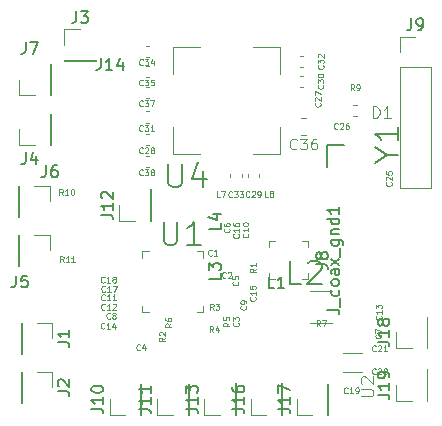
<source format=gbr>
G04 #@! TF.GenerationSoftware,KiCad,Pcbnew,(5.1.0)-1*
G04 #@! TF.CreationDate,2019-08-27T17:01:11-07:00*
G04 #@! TF.ProjectId,SDCard-PCB,53444361-7264-42d5-9043-422e6b696361,rev?*
G04 #@! TF.SameCoordinates,Original*
G04 #@! TF.FileFunction,Legend,Top*
G04 #@! TF.FilePolarity,Positive*
%FSLAX46Y46*%
G04 Gerber Fmt 4.6, Leading zero omitted, Abs format (unit mm)*
G04 Created by KiCad (PCBNEW (5.1.0)-1) date 2019-08-27 17:01:11*
%MOMM*%
%LPD*%
G04 APERTURE LIST*
%ADD10C,0.120000*%
%ADD11C,0.100000*%
%ADD12C,0.150000*%
%ADD13C,0.050000*%
%ADD14C,0.200000*%
%ADD15C,0.110000*%
%ADD16C,0.090000*%
G04 APERTURE END LIST*
D10*
X133975800Y-53861660D02*
X135305800Y-53861660D01*
X133975800Y-55191660D02*
X133975800Y-53861660D01*
X133975800Y-56461660D02*
X136635800Y-56461660D01*
X136635800Y-56461660D02*
X136635800Y-66681660D01*
X133975800Y-56461660D02*
X133975800Y-66681660D01*
X133975800Y-66681660D02*
X136635800Y-66681660D01*
X133665920Y-84702960D02*
X133665920Y-83372960D01*
X134995920Y-84702960D02*
X133665920Y-84702960D01*
X136265920Y-84702960D02*
X136265920Y-82042960D01*
X136265920Y-82042960D02*
X136325920Y-82042960D01*
X136265920Y-84702960D02*
X136325920Y-84702960D01*
X136325920Y-84702960D02*
X136325920Y-82042960D01*
X133665920Y-80232560D02*
X133665920Y-78902560D01*
X134995920Y-80232560D02*
X133665920Y-80232560D01*
X136265920Y-80232560D02*
X136265920Y-77572560D01*
X136265920Y-77572560D02*
X136325920Y-77572560D01*
X136265920Y-80232560D02*
X136325920Y-80232560D01*
X136325920Y-80232560D02*
X136325920Y-77572560D01*
X125271220Y-85899300D02*
X125271220Y-84569300D01*
X126601220Y-85899300D02*
X125271220Y-85899300D01*
X127871220Y-85899300D02*
X127871220Y-83239300D01*
X127871220Y-83239300D02*
X127931220Y-83239300D01*
X127871220Y-85899300D02*
X127931220Y-85899300D01*
X127931220Y-85899300D02*
X127931220Y-83239300D01*
X121359620Y-85884060D02*
X121359620Y-84554060D01*
X122689620Y-85884060D02*
X121359620Y-85884060D01*
X123959620Y-85884060D02*
X123959620Y-83224060D01*
X123959620Y-83224060D02*
X124019620Y-83224060D01*
X123959620Y-85884060D02*
X124019620Y-85884060D01*
X124019620Y-85884060D02*
X124019620Y-83224060D01*
X117432780Y-85884060D02*
X117432780Y-84554060D01*
X118762780Y-85884060D02*
X117432780Y-85884060D01*
X120032780Y-85884060D02*
X120032780Y-83224060D01*
X120032780Y-83224060D02*
X120092780Y-83224060D01*
X120032780Y-85884060D02*
X120092780Y-85884060D01*
X120092780Y-85884060D02*
X120092780Y-83224060D01*
X110252200Y-69452800D02*
X110252200Y-68122800D01*
X111582200Y-69452800D02*
X110252200Y-69452800D01*
X112852200Y-69452800D02*
X112852200Y-66792800D01*
X112852200Y-66792800D02*
X112912200Y-66792800D01*
X112852200Y-69452800D02*
X112912200Y-69452800D01*
X112912200Y-69452800D02*
X112912200Y-66792800D01*
X113460220Y-85914540D02*
X113460220Y-84584540D01*
X114790220Y-85914540D02*
X113460220Y-85914540D01*
X116060220Y-85914540D02*
X116060220Y-83254540D01*
X116060220Y-83254540D02*
X116120220Y-83254540D01*
X116060220Y-85914540D02*
X116120220Y-85914540D01*
X116120220Y-85914540D02*
X116120220Y-83254540D01*
X109429240Y-85899300D02*
X109429240Y-84569300D01*
X110759240Y-85899300D02*
X109429240Y-85899300D01*
X112029240Y-85899300D02*
X112029240Y-83239300D01*
X112029240Y-83239300D02*
X112089240Y-83239300D01*
X112029240Y-85899300D02*
X112089240Y-85899300D01*
X112089240Y-85899300D02*
X112089240Y-83239300D01*
X105604000Y-53254600D02*
X106934000Y-53254600D01*
X105604000Y-54584600D02*
X105604000Y-53254600D01*
X105604000Y-55854600D02*
X108264000Y-55854600D01*
X108264000Y-55854600D02*
X108264000Y-55914600D01*
X105604000Y-55854600D02*
X105604000Y-55914600D01*
X105604000Y-55914600D02*
X108264000Y-55914600D01*
D11*
X126195220Y-74406560D02*
X126195220Y-73906560D01*
X126195220Y-74406560D02*
X125695220Y-74406560D01*
X122895220Y-71206560D02*
X123395220Y-71206560D01*
X122895220Y-71206560D02*
X122895220Y-71706560D01*
X122895220Y-74406560D02*
X123395220Y-74406560D01*
X126195220Y-71206560D02*
X126195220Y-71706560D01*
X122895220Y-74406560D02*
X122895220Y-73906560D01*
X126195220Y-71206560D02*
X125695220Y-71206560D01*
X126353100Y-78141820D02*
X128233100Y-78141820D01*
X126353100Y-75441820D02*
X128233100Y-75441820D01*
D10*
X104568300Y-82233100D02*
X104568300Y-83563100D01*
X103238300Y-82233100D02*
X104568300Y-82233100D01*
X101968300Y-82233100D02*
X101968300Y-84893100D01*
X101968300Y-84893100D02*
X101908300Y-84893100D01*
X101968300Y-82233100D02*
X101908300Y-82233100D01*
X101908300Y-82233100D02*
X101908300Y-84893100D01*
X104568300Y-78083100D02*
X104568300Y-79413100D01*
X103238300Y-78083100D02*
X104568300Y-78083100D01*
X101968300Y-78083100D02*
X101968300Y-80743100D01*
X101968300Y-80743100D02*
X101908300Y-80743100D01*
X101968300Y-78083100D02*
X101908300Y-78083100D01*
X101908300Y-78083100D02*
X101908300Y-80743100D01*
D11*
X121117420Y-65462880D02*
X121117420Y-65712880D01*
X122077420Y-65462880D02*
X122077420Y-65712880D01*
X112740000Y-77210000D02*
X112190000Y-77210000D01*
X112190000Y-77210000D02*
X112190000Y-76660000D01*
X116800000Y-77210000D02*
X117350000Y-77210000D01*
X117350000Y-77210000D02*
X117350000Y-76660000D01*
X116800000Y-72050000D02*
X117350000Y-72050000D01*
X117350000Y-72050000D02*
X117350000Y-72600000D01*
X112740000Y-72050000D02*
X112190000Y-72050000D01*
X112190000Y-72050000D02*
X112190000Y-72600000D01*
D12*
X127802640Y-63058040D02*
X127802640Y-64886840D01*
X129301240Y-63058040D02*
X127802640Y-63058040D01*
D11*
X114773800Y-63813600D02*
X117038800Y-63813600D01*
X114773800Y-61548600D02*
X114773800Y-63813600D01*
X114773800Y-54753600D02*
X117038800Y-54753600D01*
X114773800Y-57018600D02*
X114773800Y-54753600D01*
X123833800Y-54753600D02*
X121568800Y-54753600D01*
X123833800Y-57018600D02*
X123833800Y-54753600D01*
X123833800Y-63813600D02*
X121568800Y-63813600D01*
X123833800Y-61548600D02*
X123833800Y-63813600D01*
X129199060Y-82222060D02*
X130759060Y-82222060D01*
X129199060Y-80652060D02*
X130759060Y-80652060D01*
X130010460Y-60592880D02*
X130400460Y-60592880D01*
X130010460Y-59692880D02*
X130400460Y-59692880D01*
X112776540Y-63947100D02*
X112526540Y-63947100D01*
X112776540Y-64907100D02*
X112526540Y-64907100D01*
X112772180Y-58102560D02*
X112522180Y-58102560D01*
X112772180Y-59062560D02*
X112522180Y-59062560D01*
X125657080Y-62195940D02*
X126067080Y-62195940D01*
X125657080Y-60795940D02*
X126067080Y-60795940D01*
X112777260Y-56342340D02*
X112527260Y-56342340D01*
X112777260Y-57302340D02*
X112527260Y-57302340D01*
X112786700Y-54622760D02*
X112536700Y-54622760D01*
X112786700Y-55582760D02*
X112536700Y-55582760D01*
X119662000Y-65463600D02*
X119662000Y-65713600D01*
X120622000Y-65463600D02*
X120622000Y-65713600D01*
X125561820Y-56451440D02*
X125811820Y-56451440D01*
X125561820Y-55491440D02*
X125811820Y-55491440D01*
X112779080Y-60203140D02*
X112529080Y-60203140D01*
X112779080Y-61163140D02*
X112529080Y-61163140D01*
X125561820Y-58150700D02*
X125811820Y-58150700D01*
X125561820Y-57190700D02*
X125811820Y-57190700D01*
X112776540Y-62087820D02*
X112526540Y-62087820D01*
X112776540Y-63047820D02*
X112526540Y-63047820D01*
D10*
X101763100Y-58843900D02*
X101763100Y-57513900D01*
X103093100Y-58843900D02*
X101763100Y-58843900D01*
X104363100Y-58843900D02*
X104363100Y-56183900D01*
X104363100Y-56183900D02*
X104423100Y-56183900D01*
X104363100Y-58843900D02*
X104423100Y-58843900D01*
X104423100Y-58843900D02*
X104423100Y-56183900D01*
X104365100Y-66493900D02*
X104365100Y-67823900D01*
X103035100Y-66493900D02*
X104365100Y-66493900D01*
X101765100Y-66493900D02*
X101765100Y-69153900D01*
X101765100Y-69153900D02*
X101705100Y-69153900D01*
X101765100Y-66493900D02*
X101705100Y-66493900D01*
X101705100Y-66493900D02*
X101705100Y-69153900D01*
X104373100Y-70643900D02*
X104373100Y-71973900D01*
X103043100Y-70643900D02*
X104373100Y-70643900D01*
X101773100Y-70643900D02*
X101773100Y-73303900D01*
X101773100Y-73303900D02*
X101713100Y-73303900D01*
X101773100Y-70643900D02*
X101713100Y-70643900D01*
X101713100Y-70643900D02*
X101713100Y-73303900D01*
X101763100Y-63043900D02*
X101763100Y-61713900D01*
X103093100Y-63043900D02*
X101763100Y-63043900D01*
X104363100Y-63043900D02*
X104363100Y-60383900D01*
X104363100Y-60383900D02*
X104423100Y-60383900D01*
X104363100Y-63043900D02*
X104423100Y-63043900D01*
X104423100Y-63043900D02*
X104423100Y-60383900D01*
D12*
X127867160Y-76989416D02*
X128581446Y-76989416D01*
X128724303Y-77037035D01*
X128819541Y-77132273D01*
X128867160Y-77275130D01*
X128867160Y-77370368D01*
X128962399Y-76751320D02*
X128962399Y-75989416D01*
X128819541Y-75322749D02*
X128867160Y-75417987D01*
X128867160Y-75608463D01*
X128819541Y-75703701D01*
X128771922Y-75751320D01*
X128676684Y-75798940D01*
X128390970Y-75798940D01*
X128295732Y-75751320D01*
X128248113Y-75703701D01*
X128200494Y-75608463D01*
X128200494Y-75417987D01*
X128248113Y-75322749D01*
X128867160Y-74751320D02*
X128819541Y-74846559D01*
X128771922Y-74894178D01*
X128676684Y-74941797D01*
X128390970Y-74941797D01*
X128295732Y-74894178D01*
X128248113Y-74846559D01*
X128200494Y-74751320D01*
X128200494Y-74608463D01*
X128248113Y-74513225D01*
X128295732Y-74465606D01*
X128390970Y-74417987D01*
X128676684Y-74417987D01*
X128771922Y-74465606D01*
X128819541Y-74513225D01*
X128867160Y-74608463D01*
X128867160Y-74751320D01*
X128867160Y-73560844D02*
X128343351Y-73560844D01*
X128248113Y-73608463D01*
X128200494Y-73703701D01*
X128200494Y-73894178D01*
X128248113Y-73989416D01*
X128819541Y-73560844D02*
X128867160Y-73656082D01*
X128867160Y-73894178D01*
X128819541Y-73989416D01*
X128724303Y-74037035D01*
X128629065Y-74037035D01*
X128533827Y-73989416D01*
X128486208Y-73894178D01*
X128486208Y-73656082D01*
X128438589Y-73560844D01*
X128867160Y-73179892D02*
X128200494Y-72656082D01*
X128200494Y-73179892D02*
X128867160Y-72656082D01*
X128962399Y-72513225D02*
X128962399Y-71751320D01*
X128200494Y-71084654D02*
X129010018Y-71084654D01*
X129105256Y-71132273D01*
X129152875Y-71179892D01*
X129200494Y-71275130D01*
X129200494Y-71417987D01*
X129152875Y-71513225D01*
X128819541Y-71084654D02*
X128867160Y-71179892D01*
X128867160Y-71370368D01*
X128819541Y-71465606D01*
X128771922Y-71513225D01*
X128676684Y-71560844D01*
X128390970Y-71560844D01*
X128295732Y-71513225D01*
X128248113Y-71465606D01*
X128200494Y-71370368D01*
X128200494Y-71179892D01*
X128248113Y-71084654D01*
X128200494Y-70608463D02*
X128867160Y-70608463D01*
X128295732Y-70608463D02*
X128248113Y-70560844D01*
X128200494Y-70465606D01*
X128200494Y-70322749D01*
X128248113Y-70227511D01*
X128343351Y-70179892D01*
X128867160Y-70179892D01*
X128867160Y-69275130D02*
X127867160Y-69275130D01*
X128819541Y-69275130D02*
X128867160Y-69370368D01*
X128867160Y-69560844D01*
X128819541Y-69656082D01*
X128771922Y-69703701D01*
X128676684Y-69751320D01*
X128390970Y-69751320D01*
X128295732Y-69703701D01*
X128248113Y-69656082D01*
X128200494Y-69560844D01*
X128200494Y-69370368D01*
X128248113Y-69275130D01*
X128867160Y-68275130D02*
X128867160Y-68846559D01*
X128867160Y-68560844D02*
X127867160Y-68560844D01*
X128010018Y-68656082D01*
X128105256Y-68751320D01*
X128152875Y-68846559D01*
X134972466Y-52314040D02*
X134972466Y-53028326D01*
X134924847Y-53171183D01*
X134829609Y-53266421D01*
X134686752Y-53314040D01*
X134591514Y-53314040D01*
X135496276Y-53314040D02*
X135686752Y-53314040D01*
X135781990Y-53266421D01*
X135829609Y-53218802D01*
X135924847Y-53075945D01*
X135972466Y-52885469D01*
X135972466Y-52504517D01*
X135924847Y-52409279D01*
X135877228Y-52361660D01*
X135781990Y-52314040D01*
X135591514Y-52314040D01*
X135496276Y-52361660D01*
X135448657Y-52409279D01*
X135401038Y-52504517D01*
X135401038Y-52742612D01*
X135448657Y-52837850D01*
X135496276Y-52885469D01*
X135591514Y-52933088D01*
X135781990Y-52933088D01*
X135877228Y-52885469D01*
X135924847Y-52837850D01*
X135972466Y-52742612D01*
X132118300Y-84182483D02*
X132832586Y-84182483D01*
X132975443Y-84230102D01*
X133070681Y-84325340D01*
X133118300Y-84468198D01*
X133118300Y-84563436D01*
X133118300Y-83182483D02*
X133118300Y-83753912D01*
X133118300Y-83468198D02*
X132118300Y-83468198D01*
X132261158Y-83563436D01*
X132356396Y-83658674D01*
X132404015Y-83753912D01*
X133118300Y-82706293D02*
X133118300Y-82515817D01*
X133070681Y-82420579D01*
X133023062Y-82372960D01*
X132880205Y-82277721D01*
X132689729Y-82230102D01*
X132308777Y-82230102D01*
X132213539Y-82277721D01*
X132165920Y-82325340D01*
X132118300Y-82420579D01*
X132118300Y-82611055D01*
X132165920Y-82706293D01*
X132213539Y-82753912D01*
X132308777Y-82801531D01*
X132546872Y-82801531D01*
X132642110Y-82753912D01*
X132689729Y-82706293D01*
X132737348Y-82611055D01*
X132737348Y-82420579D01*
X132689729Y-82325340D01*
X132642110Y-82277721D01*
X132546872Y-82230102D01*
X132118300Y-79712083D02*
X132832586Y-79712083D01*
X132975443Y-79759702D01*
X133070681Y-79854940D01*
X133118300Y-79997798D01*
X133118300Y-80093036D01*
X133118300Y-78712083D02*
X133118300Y-79283512D01*
X133118300Y-78997798D02*
X132118300Y-78997798D01*
X132261158Y-79093036D01*
X132356396Y-79188274D01*
X132404015Y-79283512D01*
X132546872Y-78140655D02*
X132499253Y-78235893D01*
X132451634Y-78283512D01*
X132356396Y-78331131D01*
X132308777Y-78331131D01*
X132213539Y-78283512D01*
X132165920Y-78235893D01*
X132118300Y-78140655D01*
X132118300Y-77950179D01*
X132165920Y-77854940D01*
X132213539Y-77807321D01*
X132308777Y-77759702D01*
X132356396Y-77759702D01*
X132451634Y-77807321D01*
X132499253Y-77854940D01*
X132546872Y-77950179D01*
X132546872Y-78140655D01*
X132594491Y-78235893D01*
X132642110Y-78283512D01*
X132737348Y-78331131D01*
X132927824Y-78331131D01*
X133023062Y-78283512D01*
X133070681Y-78235893D01*
X133118300Y-78140655D01*
X133118300Y-77950179D01*
X133070681Y-77854940D01*
X133023062Y-77807321D01*
X132927824Y-77759702D01*
X132737348Y-77759702D01*
X132642110Y-77807321D01*
X132594491Y-77854940D01*
X132546872Y-77950179D01*
X123723600Y-85378823D02*
X124437886Y-85378823D01*
X124580743Y-85426442D01*
X124675981Y-85521680D01*
X124723600Y-85664538D01*
X124723600Y-85759776D01*
X124723600Y-84378823D02*
X124723600Y-84950252D01*
X124723600Y-84664538D02*
X123723600Y-84664538D01*
X123866458Y-84759776D01*
X123961696Y-84855014D01*
X124009315Y-84950252D01*
X123723600Y-84045490D02*
X123723600Y-83378823D01*
X124723600Y-83807395D01*
X119812000Y-85363583D02*
X120526286Y-85363583D01*
X120669143Y-85411202D01*
X120764381Y-85506440D01*
X120812000Y-85649298D01*
X120812000Y-85744536D01*
X120812000Y-84363583D02*
X120812000Y-84935012D01*
X120812000Y-84649298D02*
X119812000Y-84649298D01*
X119954858Y-84744536D01*
X120050096Y-84839774D01*
X120097715Y-84935012D01*
X119812000Y-83506440D02*
X119812000Y-83696917D01*
X119859620Y-83792155D01*
X119907239Y-83839774D01*
X120050096Y-83935012D01*
X120240572Y-83982631D01*
X120621524Y-83982631D01*
X120716762Y-83935012D01*
X120764381Y-83887393D01*
X120812000Y-83792155D01*
X120812000Y-83601679D01*
X120764381Y-83506440D01*
X120716762Y-83458821D01*
X120621524Y-83411202D01*
X120383429Y-83411202D01*
X120288191Y-83458821D01*
X120240572Y-83506440D01*
X120192953Y-83601679D01*
X120192953Y-83792155D01*
X120240572Y-83887393D01*
X120288191Y-83935012D01*
X120383429Y-83982631D01*
X115885160Y-85363583D02*
X116599446Y-85363583D01*
X116742303Y-85411202D01*
X116837541Y-85506440D01*
X116885160Y-85649298D01*
X116885160Y-85744536D01*
X116885160Y-84363583D02*
X116885160Y-84935012D01*
X116885160Y-84649298D02*
X115885160Y-84649298D01*
X116028018Y-84744536D01*
X116123256Y-84839774D01*
X116170875Y-84935012D01*
X115885160Y-84030250D02*
X115885160Y-83411202D01*
X116266113Y-83744536D01*
X116266113Y-83601679D01*
X116313732Y-83506440D01*
X116361351Y-83458821D01*
X116456589Y-83411202D01*
X116694684Y-83411202D01*
X116789922Y-83458821D01*
X116837541Y-83506440D01*
X116885160Y-83601679D01*
X116885160Y-83887393D01*
X116837541Y-83982631D01*
X116789922Y-84030250D01*
X108704580Y-68932323D02*
X109418866Y-68932323D01*
X109561723Y-68979942D01*
X109656961Y-69075180D01*
X109704580Y-69218038D01*
X109704580Y-69313276D01*
X109704580Y-67932323D02*
X109704580Y-68503752D01*
X109704580Y-68218038D02*
X108704580Y-68218038D01*
X108847438Y-68313276D01*
X108942676Y-68408514D01*
X108990295Y-68503752D01*
X108799819Y-67551371D02*
X108752200Y-67503752D01*
X108704580Y-67408514D01*
X108704580Y-67170419D01*
X108752200Y-67075180D01*
X108799819Y-67027561D01*
X108895057Y-66979942D01*
X108990295Y-66979942D01*
X109133152Y-67027561D01*
X109704580Y-67598990D01*
X109704580Y-66979942D01*
X111912600Y-85394063D02*
X112626886Y-85394063D01*
X112769743Y-85441682D01*
X112864981Y-85536920D01*
X112912600Y-85679778D01*
X112912600Y-85775016D01*
X112912600Y-84394063D02*
X112912600Y-84965492D01*
X112912600Y-84679778D02*
X111912600Y-84679778D01*
X112055458Y-84775016D01*
X112150696Y-84870254D01*
X112198315Y-84965492D01*
X112912600Y-83441682D02*
X112912600Y-84013111D01*
X112912600Y-83727397D02*
X111912600Y-83727397D01*
X112055458Y-83822635D01*
X112150696Y-83917873D01*
X112198315Y-84013111D01*
X107881620Y-85378823D02*
X108595906Y-85378823D01*
X108738763Y-85426442D01*
X108834001Y-85521680D01*
X108881620Y-85664538D01*
X108881620Y-85759776D01*
X108881620Y-84378823D02*
X108881620Y-84950252D01*
X108881620Y-84664538D02*
X107881620Y-84664538D01*
X108024478Y-84759776D01*
X108119716Y-84855014D01*
X108167335Y-84950252D01*
X107881620Y-83759776D02*
X107881620Y-83664538D01*
X107929240Y-83569300D01*
X107976859Y-83521680D01*
X108072097Y-83474061D01*
X108262573Y-83426442D01*
X108500668Y-83426442D01*
X108691144Y-83474061D01*
X108786382Y-83521680D01*
X108834001Y-83569300D01*
X108881620Y-83664538D01*
X108881620Y-83759776D01*
X108834001Y-83855014D01*
X108786382Y-83902633D01*
X108691144Y-83950252D01*
X108500668Y-83997871D01*
X108262573Y-83997871D01*
X108072097Y-83950252D01*
X107976859Y-83902633D01*
X107929240Y-83855014D01*
X107881620Y-83759776D01*
X106600666Y-51706980D02*
X106600666Y-52421266D01*
X106553047Y-52564123D01*
X106457809Y-52659361D01*
X106314952Y-52706980D01*
X106219714Y-52706980D01*
X106981619Y-51706980D02*
X107600666Y-51706980D01*
X107267333Y-52087933D01*
X107410190Y-52087933D01*
X107505428Y-52135552D01*
X107553047Y-52183171D01*
X107600666Y-52278409D01*
X107600666Y-52516504D01*
X107553047Y-52611742D01*
X107505428Y-52659361D01*
X107410190Y-52706980D01*
X107124476Y-52706980D01*
X107029238Y-52659361D01*
X106981619Y-52611742D01*
X126897600Y-73139893D02*
X127611886Y-73139893D01*
X127754743Y-73187512D01*
X127849981Y-73282750D01*
X127897600Y-73425607D01*
X127897600Y-73520845D01*
X127326172Y-72520845D02*
X127278553Y-72616083D01*
X127230934Y-72663702D01*
X127135696Y-72711321D01*
X127088077Y-72711321D01*
X126992839Y-72663702D01*
X126945220Y-72616083D01*
X126897600Y-72520845D01*
X126897600Y-72330369D01*
X126945220Y-72235131D01*
X126992839Y-72187512D01*
X127088077Y-72139893D01*
X127135696Y-72139893D01*
X127230934Y-72187512D01*
X127278553Y-72235131D01*
X127326172Y-72330369D01*
X127326172Y-72520845D01*
X127373791Y-72616083D01*
X127421410Y-72663702D01*
X127516648Y-72711321D01*
X127707124Y-72711321D01*
X127802362Y-72663702D01*
X127849981Y-72616083D01*
X127897600Y-72520845D01*
X127897600Y-72330369D01*
X127849981Y-72235131D01*
X127802362Y-72187512D01*
X127707124Y-72139893D01*
X127516648Y-72139893D01*
X127421410Y-72187512D01*
X127373791Y-72235131D01*
X127326172Y-72330369D01*
D13*
X127268546Y-78397230D02*
X127101880Y-78159135D01*
X126982832Y-78397230D02*
X126982832Y-77897230D01*
X127173308Y-77897230D01*
X127220927Y-77921040D01*
X127244737Y-77944849D01*
X127268546Y-77992468D01*
X127268546Y-78063897D01*
X127244737Y-78111516D01*
X127220927Y-78135325D01*
X127173308Y-78159135D01*
X126982832Y-78159135D01*
X127435213Y-77897230D02*
X127768546Y-77897230D01*
X127554260Y-78397230D01*
D14*
X125656746Y-74851781D02*
X124704365Y-74851781D01*
X124704365Y-72851781D01*
X126228175Y-73042258D02*
X126323413Y-72947020D01*
X126513889Y-72851781D01*
X126990080Y-72851781D01*
X127180556Y-72947020D01*
X127275794Y-73042258D01*
X127371032Y-73232734D01*
X127371032Y-73423210D01*
X127275794Y-73708924D01*
X126132937Y-74851781D01*
X127371032Y-74851781D01*
D12*
X105020680Y-83896433D02*
X105734966Y-83896433D01*
X105877823Y-83944052D01*
X105973061Y-84039290D01*
X106020680Y-84182147D01*
X106020680Y-84277385D01*
X105115919Y-83467861D02*
X105068300Y-83420242D01*
X105020680Y-83325004D01*
X105020680Y-83086909D01*
X105068300Y-82991671D01*
X105115919Y-82944052D01*
X105211157Y-82896433D01*
X105306395Y-82896433D01*
X105449252Y-82944052D01*
X106020680Y-83515480D01*
X106020680Y-82896433D01*
X105020680Y-79746433D02*
X105734966Y-79746433D01*
X105877823Y-79794052D01*
X105973061Y-79889290D01*
X106020680Y-80032147D01*
X106020680Y-80127385D01*
X106020680Y-78746433D02*
X106020680Y-79317861D01*
X106020680Y-79032147D02*
X105020680Y-79032147D01*
X105163538Y-79127385D01*
X105258776Y-79222623D01*
X105306395Y-79317861D01*
D13*
X122836633Y-67430938D02*
X122589014Y-67430938D01*
X122589014Y-66910938D01*
X123084252Y-67133795D02*
X123034728Y-67109033D01*
X123009966Y-67084271D01*
X122985204Y-67034747D01*
X122985204Y-67009985D01*
X123009966Y-66960461D01*
X123034728Y-66935700D01*
X123084252Y-66910938D01*
X123183300Y-66910938D01*
X123232823Y-66935700D01*
X123257585Y-66960461D01*
X123282347Y-67009985D01*
X123282347Y-67034747D01*
X123257585Y-67084271D01*
X123232823Y-67109033D01*
X123183300Y-67133795D01*
X123084252Y-67133795D01*
X123034728Y-67158557D01*
X123009966Y-67183319D01*
X122985204Y-67232842D01*
X122985204Y-67331890D01*
X123009966Y-67381414D01*
X123034728Y-67406176D01*
X123084252Y-67430938D01*
X123183300Y-67430938D01*
X123232823Y-67406176D01*
X123257585Y-67381414D01*
X123282347Y-67331890D01*
X123282347Y-67232842D01*
X123257585Y-67183319D01*
X123232823Y-67158557D01*
X123183300Y-67133795D01*
X121268371Y-67399671D02*
X121244561Y-67423480D01*
X121173133Y-67447290D01*
X121125514Y-67447290D01*
X121054085Y-67423480D01*
X121006466Y-67375861D01*
X120982657Y-67328242D01*
X120958847Y-67233004D01*
X120958847Y-67161576D01*
X120982657Y-67066338D01*
X121006466Y-67018719D01*
X121054085Y-66971100D01*
X121125514Y-66947290D01*
X121173133Y-66947290D01*
X121244561Y-66971100D01*
X121268371Y-66994909D01*
X121458847Y-66994909D02*
X121482657Y-66971100D01*
X121530276Y-66947290D01*
X121649323Y-66947290D01*
X121696942Y-66971100D01*
X121720752Y-66994909D01*
X121744561Y-67042528D01*
X121744561Y-67090147D01*
X121720752Y-67161576D01*
X121435038Y-67447290D01*
X121744561Y-67447290D01*
X121982657Y-67447290D02*
X122077895Y-67447290D01*
X122125514Y-67423480D01*
X122149323Y-67399671D01*
X122196942Y-67328242D01*
X122220752Y-67233004D01*
X122220752Y-67042528D01*
X122196942Y-66994909D01*
X122173133Y-66971100D01*
X122125514Y-66947290D01*
X122030276Y-66947290D01*
X121982657Y-66971100D01*
X121958847Y-66994909D01*
X121935038Y-67042528D01*
X121935038Y-67161576D01*
X121958847Y-67209195D01*
X121982657Y-67233004D01*
X122030276Y-67256814D01*
X122125514Y-67256814D01*
X122173133Y-67233004D01*
X122196942Y-67209195D01*
X122220752Y-67161576D01*
X114107090Y-79356733D02*
X113868995Y-79523400D01*
X114107090Y-79642447D02*
X113607090Y-79642447D01*
X113607090Y-79451971D01*
X113630900Y-79404352D01*
X113654709Y-79380542D01*
X113702328Y-79356733D01*
X113773757Y-79356733D01*
X113821376Y-79380542D01*
X113845185Y-79404352D01*
X113868995Y-79451971D01*
X113868995Y-79642447D01*
X113654709Y-79166257D02*
X113630900Y-79142447D01*
X113607090Y-79094828D01*
X113607090Y-78975780D01*
X113630900Y-78928161D01*
X113654709Y-78904352D01*
X113702328Y-78880542D01*
X113749947Y-78880542D01*
X113821376Y-78904352D01*
X114107090Y-79190066D01*
X114107090Y-78880542D01*
X121803290Y-73502033D02*
X121565195Y-73668700D01*
X121803290Y-73787747D02*
X121303290Y-73787747D01*
X121303290Y-73597271D01*
X121327100Y-73549652D01*
X121350909Y-73525842D01*
X121398528Y-73502033D01*
X121469957Y-73502033D01*
X121517576Y-73525842D01*
X121541385Y-73549652D01*
X121565195Y-73597271D01*
X121565195Y-73787747D01*
X121803290Y-73025842D02*
X121803290Y-73311557D01*
X121803290Y-73168700D02*
X121303290Y-73168700D01*
X121374719Y-73216319D01*
X121422338Y-73263938D01*
X121446147Y-73311557D01*
D12*
X118816380Y-69673766D02*
X118816380Y-70149957D01*
X117816380Y-70149957D01*
X118149714Y-68911861D02*
X118816380Y-68911861D01*
X117768761Y-69149957D02*
X118483047Y-69388052D01*
X118483047Y-68769004D01*
D13*
X114653190Y-78150233D02*
X114415095Y-78316900D01*
X114653190Y-78435947D02*
X114153190Y-78435947D01*
X114153190Y-78245471D01*
X114177000Y-78197852D01*
X114200809Y-78174042D01*
X114248428Y-78150233D01*
X114319857Y-78150233D01*
X114367476Y-78174042D01*
X114391285Y-78197852D01*
X114415095Y-78245471D01*
X114415095Y-78435947D01*
X114153190Y-77721661D02*
X114153190Y-77816900D01*
X114177000Y-77864519D01*
X114200809Y-77888328D01*
X114272238Y-77935947D01*
X114367476Y-77959757D01*
X114557952Y-77959757D01*
X114605571Y-77935947D01*
X114629380Y-77912138D01*
X114653190Y-77864519D01*
X114653190Y-77769280D01*
X114629380Y-77721661D01*
X114605571Y-77697852D01*
X114557952Y-77674042D01*
X114438904Y-77674042D01*
X114391285Y-77697852D01*
X114367476Y-77721661D01*
X114343666Y-77769280D01*
X114343666Y-77864519D01*
X114367476Y-77912138D01*
X114391285Y-77935947D01*
X114438904Y-77959757D01*
X119568090Y-78074033D02*
X119329995Y-78240700D01*
X119568090Y-78359747D02*
X119068090Y-78359747D01*
X119068090Y-78169271D01*
X119091900Y-78121652D01*
X119115709Y-78097842D01*
X119163328Y-78074033D01*
X119234757Y-78074033D01*
X119282376Y-78097842D01*
X119306185Y-78121652D01*
X119329995Y-78169271D01*
X119329995Y-78359747D01*
X119068090Y-77621652D02*
X119068090Y-77859747D01*
X119306185Y-77883557D01*
X119282376Y-77859747D01*
X119258566Y-77812128D01*
X119258566Y-77693080D01*
X119282376Y-77645461D01*
X119306185Y-77621652D01*
X119353804Y-77597842D01*
X119472852Y-77597842D01*
X119520471Y-77621652D01*
X119544280Y-77645461D01*
X119568090Y-77693080D01*
X119568090Y-77812128D01*
X119544280Y-77859747D01*
X119520471Y-77883557D01*
X118229866Y-76972290D02*
X118063200Y-76734195D01*
X117944152Y-76972290D02*
X117944152Y-76472290D01*
X118134628Y-76472290D01*
X118182247Y-76496100D01*
X118206057Y-76519909D01*
X118229866Y-76567528D01*
X118229866Y-76638957D01*
X118206057Y-76686576D01*
X118182247Y-76710385D01*
X118134628Y-76734195D01*
X117944152Y-76734195D01*
X118396533Y-76472290D02*
X118706057Y-76472290D01*
X118539390Y-76662766D01*
X118610819Y-76662766D01*
X118658438Y-76686576D01*
X118682247Y-76710385D01*
X118706057Y-76758004D01*
X118706057Y-76877052D01*
X118682247Y-76924671D01*
X118658438Y-76948480D01*
X118610819Y-76972290D01*
X118467961Y-76972290D01*
X118420342Y-76948480D01*
X118396533Y-76924671D01*
X109466866Y-77712071D02*
X109443057Y-77735880D01*
X109371628Y-77759690D01*
X109324009Y-77759690D01*
X109252580Y-77735880D01*
X109204961Y-77688261D01*
X109181152Y-77640642D01*
X109157342Y-77545404D01*
X109157342Y-77473976D01*
X109181152Y-77378738D01*
X109204961Y-77331119D01*
X109252580Y-77283500D01*
X109324009Y-77259690D01*
X109371628Y-77259690D01*
X109443057Y-77283500D01*
X109466866Y-77307309D01*
X109752580Y-77473976D02*
X109704961Y-77450166D01*
X109681152Y-77426357D01*
X109657342Y-77378738D01*
X109657342Y-77354928D01*
X109681152Y-77307309D01*
X109704961Y-77283500D01*
X109752580Y-77259690D01*
X109847819Y-77259690D01*
X109895438Y-77283500D01*
X109919247Y-77307309D01*
X109943057Y-77354928D01*
X109943057Y-77378738D01*
X109919247Y-77426357D01*
X109895438Y-77450166D01*
X109847819Y-77473976D01*
X109752580Y-77473976D01*
X109704961Y-77497785D01*
X109681152Y-77521595D01*
X109657342Y-77569214D01*
X109657342Y-77664452D01*
X109681152Y-77712071D01*
X109704961Y-77735880D01*
X109752580Y-77759690D01*
X109847819Y-77759690D01*
X109895438Y-77735880D01*
X109919247Y-77712071D01*
X109943057Y-77664452D01*
X109943057Y-77569214D01*
X109919247Y-77521595D01*
X109895438Y-77497785D01*
X109847819Y-77473976D01*
D14*
X113996190Y-69534761D02*
X113996190Y-71153809D01*
X114091428Y-71344285D01*
X114186666Y-71439523D01*
X114377142Y-71534761D01*
X114758095Y-71534761D01*
X114948571Y-71439523D01*
X115043809Y-71344285D01*
X115139047Y-71153809D01*
X115139047Y-69534761D01*
X117139047Y-71534761D02*
X115996190Y-71534761D01*
X116567619Y-71534761D02*
X116567619Y-69534761D01*
X116377142Y-69820476D01*
X116186666Y-70010952D01*
X115996190Y-70106190D01*
D13*
X118204466Y-78889990D02*
X118037800Y-78651895D01*
X117918752Y-78889990D02*
X117918752Y-78389990D01*
X118109228Y-78389990D01*
X118156847Y-78413800D01*
X118180657Y-78437609D01*
X118204466Y-78485228D01*
X118204466Y-78556657D01*
X118180657Y-78604276D01*
X118156847Y-78628085D01*
X118109228Y-78651895D01*
X117918752Y-78651895D01*
X118633038Y-78556657D02*
X118633038Y-78889990D01*
X118513990Y-78366180D02*
X118394942Y-78723323D01*
X118704466Y-78723323D01*
D12*
X118816380Y-73890166D02*
X118816380Y-74366357D01*
X117816380Y-74366357D01*
X117816380Y-73652071D02*
X117816380Y-73033023D01*
X118197333Y-73366357D01*
X118197333Y-73223500D01*
X118244952Y-73128261D01*
X118292571Y-73080642D01*
X118387809Y-73033023D01*
X118625904Y-73033023D01*
X118721142Y-73080642D01*
X118768761Y-73128261D01*
X118816380Y-73223500D01*
X118816380Y-73509214D01*
X118768761Y-73604452D01*
X118721142Y-73652071D01*
D13*
X109000171Y-74638671D02*
X108976361Y-74662480D01*
X108904933Y-74686290D01*
X108857314Y-74686290D01*
X108785885Y-74662480D01*
X108738266Y-74614861D01*
X108714457Y-74567242D01*
X108690647Y-74472004D01*
X108690647Y-74400576D01*
X108714457Y-74305338D01*
X108738266Y-74257719D01*
X108785885Y-74210100D01*
X108857314Y-74186290D01*
X108904933Y-74186290D01*
X108976361Y-74210100D01*
X109000171Y-74233909D01*
X109476361Y-74686290D02*
X109190647Y-74686290D01*
X109333504Y-74686290D02*
X109333504Y-74186290D01*
X109285885Y-74257719D01*
X109238266Y-74305338D01*
X109190647Y-74329147D01*
X109762076Y-74400576D02*
X109714457Y-74376766D01*
X109690647Y-74352957D01*
X109666838Y-74305338D01*
X109666838Y-74281528D01*
X109690647Y-74233909D01*
X109714457Y-74210100D01*
X109762076Y-74186290D01*
X109857314Y-74186290D01*
X109904933Y-74210100D01*
X109928742Y-74233909D01*
X109952552Y-74281528D01*
X109952552Y-74305338D01*
X109928742Y-74352957D01*
X109904933Y-74376766D01*
X109857314Y-74400576D01*
X109762076Y-74400576D01*
X109714457Y-74424385D01*
X109690647Y-74448195D01*
X109666838Y-74495814D01*
X109666838Y-74591052D01*
X109690647Y-74638671D01*
X109714457Y-74662480D01*
X109762076Y-74686290D01*
X109857314Y-74686290D01*
X109904933Y-74662480D01*
X109928742Y-74638671D01*
X109952552Y-74591052D01*
X109952552Y-74495814D01*
X109928742Y-74448195D01*
X109904933Y-74424385D01*
X109857314Y-74400576D01*
X120333271Y-70590528D02*
X120357080Y-70614338D01*
X120380890Y-70685766D01*
X120380890Y-70733385D01*
X120357080Y-70804814D01*
X120309461Y-70852433D01*
X120261842Y-70876242D01*
X120166604Y-70900052D01*
X120095176Y-70900052D01*
X119999938Y-70876242D01*
X119952319Y-70852433D01*
X119904700Y-70804814D01*
X119880890Y-70733385D01*
X119880890Y-70685766D01*
X119904700Y-70614338D01*
X119928509Y-70590528D01*
X120380890Y-70114338D02*
X120380890Y-70400052D01*
X120380890Y-70257195D02*
X119880890Y-70257195D01*
X119952319Y-70304814D01*
X119999938Y-70352433D01*
X120023747Y-70400052D01*
X119880890Y-69685766D02*
X119880890Y-69781004D01*
X119904700Y-69828623D01*
X119928509Y-69852433D01*
X119999938Y-69900052D01*
X120095176Y-69923861D01*
X120285652Y-69923861D01*
X120333271Y-69900052D01*
X120357080Y-69876242D01*
X120380890Y-69828623D01*
X120380890Y-69733385D01*
X120357080Y-69685766D01*
X120333271Y-69661957D01*
X120285652Y-69638147D01*
X120166604Y-69638147D01*
X120118985Y-69661957D01*
X120095176Y-69685766D01*
X120071366Y-69733385D01*
X120071366Y-69828623D01*
X120095176Y-69876242D01*
X120118985Y-69900052D01*
X120166604Y-69923861D01*
X109038271Y-75426071D02*
X109014461Y-75449880D01*
X108943033Y-75473690D01*
X108895414Y-75473690D01*
X108823985Y-75449880D01*
X108776366Y-75402261D01*
X108752557Y-75354642D01*
X108728747Y-75259404D01*
X108728747Y-75187976D01*
X108752557Y-75092738D01*
X108776366Y-75045119D01*
X108823985Y-74997500D01*
X108895414Y-74973690D01*
X108943033Y-74973690D01*
X109014461Y-74997500D01*
X109038271Y-75021309D01*
X109514461Y-75473690D02*
X109228747Y-75473690D01*
X109371604Y-75473690D02*
X109371604Y-74973690D01*
X109323985Y-75045119D01*
X109276366Y-75092738D01*
X109228747Y-75116547D01*
X109681128Y-74973690D02*
X110014461Y-74973690D01*
X109800176Y-75473690D01*
X108987471Y-78550271D02*
X108963661Y-78574080D01*
X108892233Y-78597890D01*
X108844614Y-78597890D01*
X108773185Y-78574080D01*
X108725566Y-78526461D01*
X108701757Y-78478842D01*
X108677947Y-78383604D01*
X108677947Y-78312176D01*
X108701757Y-78216938D01*
X108725566Y-78169319D01*
X108773185Y-78121700D01*
X108844614Y-78097890D01*
X108892233Y-78097890D01*
X108963661Y-78121700D01*
X108987471Y-78145509D01*
X109463661Y-78597890D02*
X109177947Y-78597890D01*
X109320804Y-78597890D02*
X109320804Y-78097890D01*
X109273185Y-78169319D01*
X109225566Y-78216938D01*
X109177947Y-78240747D01*
X109892233Y-78264557D02*
X109892233Y-78597890D01*
X109773185Y-78074080D02*
X109654138Y-78431223D01*
X109963661Y-78431223D01*
X121755671Y-75924528D02*
X121779480Y-75948338D01*
X121803290Y-76019766D01*
X121803290Y-76067385D01*
X121779480Y-76138814D01*
X121731861Y-76186433D01*
X121684242Y-76210242D01*
X121589004Y-76234052D01*
X121517576Y-76234052D01*
X121422338Y-76210242D01*
X121374719Y-76186433D01*
X121327100Y-76138814D01*
X121303290Y-76067385D01*
X121303290Y-76019766D01*
X121327100Y-75948338D01*
X121350909Y-75924528D01*
X121803290Y-75448338D02*
X121803290Y-75734052D01*
X121803290Y-75591195D02*
X121303290Y-75591195D01*
X121374719Y-75638814D01*
X121422338Y-75686433D01*
X121446147Y-75734052D01*
X121303290Y-74995957D02*
X121303290Y-75234052D01*
X121541385Y-75257861D01*
X121517576Y-75234052D01*
X121493766Y-75186433D01*
X121493766Y-75067385D01*
X121517576Y-75019766D01*
X121541385Y-74995957D01*
X121589004Y-74972147D01*
X121708052Y-74972147D01*
X121755671Y-74995957D01*
X121779480Y-75019766D01*
X121803290Y-75067385D01*
X121803290Y-75186433D01*
X121779480Y-75234052D01*
X121755671Y-75257861D01*
X109012871Y-76950071D02*
X108989061Y-76973880D01*
X108917633Y-76997690D01*
X108870014Y-76997690D01*
X108798585Y-76973880D01*
X108750966Y-76926261D01*
X108727157Y-76878642D01*
X108703347Y-76783404D01*
X108703347Y-76711976D01*
X108727157Y-76616738D01*
X108750966Y-76569119D01*
X108798585Y-76521500D01*
X108870014Y-76497690D01*
X108917633Y-76497690D01*
X108989061Y-76521500D01*
X109012871Y-76545309D01*
X109489061Y-76997690D02*
X109203347Y-76997690D01*
X109346204Y-76997690D02*
X109346204Y-76497690D01*
X109298585Y-76569119D01*
X109250966Y-76616738D01*
X109203347Y-76640547D01*
X109679538Y-76545309D02*
X109703347Y-76521500D01*
X109750966Y-76497690D01*
X109870014Y-76497690D01*
X109917633Y-76521500D01*
X109941442Y-76545309D01*
X109965252Y-76592928D01*
X109965252Y-76640547D01*
X109941442Y-76711976D01*
X109655728Y-76997690D01*
X109965252Y-76997690D01*
X109025571Y-76149971D02*
X109001761Y-76173780D01*
X108930333Y-76197590D01*
X108882714Y-76197590D01*
X108811285Y-76173780D01*
X108763666Y-76126161D01*
X108739857Y-76078542D01*
X108716047Y-75983304D01*
X108716047Y-75911876D01*
X108739857Y-75816638D01*
X108763666Y-75769019D01*
X108811285Y-75721400D01*
X108882714Y-75697590D01*
X108930333Y-75697590D01*
X109001761Y-75721400D01*
X109025571Y-75745209D01*
X109501761Y-76197590D02*
X109216047Y-76197590D01*
X109358904Y-76197590D02*
X109358904Y-75697590D01*
X109311285Y-75769019D01*
X109263666Y-75816638D01*
X109216047Y-75840447D01*
X109977952Y-76197590D02*
X109692238Y-76197590D01*
X109835095Y-76197590D02*
X109835095Y-75697590D01*
X109787476Y-75769019D01*
X109739857Y-75816638D01*
X109692238Y-75840447D01*
X121133371Y-70552428D02*
X121157180Y-70576238D01*
X121180990Y-70647666D01*
X121180990Y-70695285D01*
X121157180Y-70766714D01*
X121109561Y-70814333D01*
X121061942Y-70838142D01*
X120966704Y-70861952D01*
X120895276Y-70861952D01*
X120800038Y-70838142D01*
X120752419Y-70814333D01*
X120704800Y-70766714D01*
X120680990Y-70695285D01*
X120680990Y-70647666D01*
X120704800Y-70576238D01*
X120728609Y-70552428D01*
X121180990Y-70076238D02*
X121180990Y-70361952D01*
X121180990Y-70219095D02*
X120680990Y-70219095D01*
X120752419Y-70266714D01*
X120800038Y-70314333D01*
X120823847Y-70361952D01*
X120680990Y-69766714D02*
X120680990Y-69719095D01*
X120704800Y-69671476D01*
X120728609Y-69647666D01*
X120776228Y-69623857D01*
X120871466Y-69600047D01*
X120990514Y-69600047D01*
X121085752Y-69623857D01*
X121133371Y-69647666D01*
X121157180Y-69671476D01*
X121180990Y-69719095D01*
X121180990Y-69766714D01*
X121157180Y-69814333D01*
X121133371Y-69838142D01*
X121085752Y-69861952D01*
X120990514Y-69885761D01*
X120871466Y-69885761D01*
X120776228Y-69861952D01*
X120728609Y-69838142D01*
X120704800Y-69814333D01*
X120680990Y-69766714D01*
X120955571Y-76677033D02*
X120979380Y-76700842D01*
X121003190Y-76772271D01*
X121003190Y-76819890D01*
X120979380Y-76891319D01*
X120931761Y-76938938D01*
X120884142Y-76962747D01*
X120788904Y-76986557D01*
X120717476Y-76986557D01*
X120622238Y-76962747D01*
X120574619Y-76938938D01*
X120527000Y-76891319D01*
X120503190Y-76819890D01*
X120503190Y-76772271D01*
X120527000Y-76700842D01*
X120550809Y-76677033D01*
X121003190Y-76438938D02*
X121003190Y-76343700D01*
X120979380Y-76296080D01*
X120955571Y-76272271D01*
X120884142Y-76224652D01*
X120788904Y-76200842D01*
X120598428Y-76200842D01*
X120550809Y-76224652D01*
X120527000Y-76248461D01*
X120503190Y-76296080D01*
X120503190Y-76391319D01*
X120527000Y-76438938D01*
X120550809Y-76462747D01*
X120598428Y-76486557D01*
X120717476Y-76486557D01*
X120765095Y-76462747D01*
X120788904Y-76438938D01*
X120812714Y-76391319D01*
X120812714Y-76296080D01*
X120788904Y-76248461D01*
X120765095Y-76224652D01*
X120717476Y-76200842D01*
X119545871Y-70123833D02*
X119569680Y-70147642D01*
X119593490Y-70219071D01*
X119593490Y-70266690D01*
X119569680Y-70338119D01*
X119522061Y-70385738D01*
X119474442Y-70409547D01*
X119379204Y-70433357D01*
X119307776Y-70433357D01*
X119212538Y-70409547D01*
X119164919Y-70385738D01*
X119117300Y-70338119D01*
X119093490Y-70266690D01*
X119093490Y-70219071D01*
X119117300Y-70147642D01*
X119141109Y-70123833D01*
X119093490Y-69695261D02*
X119093490Y-69790500D01*
X119117300Y-69838119D01*
X119141109Y-69861928D01*
X119212538Y-69909547D01*
X119307776Y-69933357D01*
X119498252Y-69933357D01*
X119545871Y-69909547D01*
X119569680Y-69885738D01*
X119593490Y-69838119D01*
X119593490Y-69742880D01*
X119569680Y-69695261D01*
X119545871Y-69671452D01*
X119498252Y-69647642D01*
X119379204Y-69647642D01*
X119331585Y-69671452D01*
X119307776Y-69695261D01*
X119283966Y-69742880D01*
X119283966Y-69838119D01*
X119307776Y-69885738D01*
X119331585Y-69909547D01*
X119379204Y-69933357D01*
X120282471Y-74619633D02*
X120306280Y-74643442D01*
X120330090Y-74714871D01*
X120330090Y-74762490D01*
X120306280Y-74833919D01*
X120258661Y-74881538D01*
X120211042Y-74905347D01*
X120115804Y-74929157D01*
X120044376Y-74929157D01*
X119949138Y-74905347D01*
X119901519Y-74881538D01*
X119853900Y-74833919D01*
X119830090Y-74762490D01*
X119830090Y-74714871D01*
X119853900Y-74643442D01*
X119877709Y-74619633D01*
X119830090Y-74167252D02*
X119830090Y-74405347D01*
X120068185Y-74429157D01*
X120044376Y-74405347D01*
X120020566Y-74357728D01*
X120020566Y-74238680D01*
X120044376Y-74191061D01*
X120068185Y-74167252D01*
X120115804Y-74143442D01*
X120234852Y-74143442D01*
X120282471Y-74167252D01*
X120306280Y-74191061D01*
X120330090Y-74238680D01*
X120330090Y-74357728D01*
X120306280Y-74405347D01*
X120282471Y-74429157D01*
X111994166Y-80379071D02*
X111970357Y-80402880D01*
X111898928Y-80426690D01*
X111851309Y-80426690D01*
X111779880Y-80402880D01*
X111732261Y-80355261D01*
X111708452Y-80307642D01*
X111684642Y-80212404D01*
X111684642Y-80140976D01*
X111708452Y-80045738D01*
X111732261Y-79998119D01*
X111779880Y-79950500D01*
X111851309Y-79926690D01*
X111898928Y-79926690D01*
X111970357Y-79950500D01*
X111994166Y-79974309D01*
X112422738Y-80093357D02*
X112422738Y-80426690D01*
X112303690Y-79902880D02*
X112184642Y-80260023D01*
X112494166Y-80260023D01*
X120320571Y-78086733D02*
X120344380Y-78110542D01*
X120368190Y-78181971D01*
X120368190Y-78229590D01*
X120344380Y-78301019D01*
X120296761Y-78348638D01*
X120249142Y-78372447D01*
X120153904Y-78396257D01*
X120082476Y-78396257D01*
X119987238Y-78372447D01*
X119939619Y-78348638D01*
X119892000Y-78301019D01*
X119868190Y-78229590D01*
X119868190Y-78181971D01*
X119892000Y-78110542D01*
X119915809Y-78086733D01*
X119868190Y-77920066D02*
X119868190Y-77610542D01*
X120058666Y-77777209D01*
X120058666Y-77705780D01*
X120082476Y-77658161D01*
X120106285Y-77634352D01*
X120153904Y-77610542D01*
X120272952Y-77610542D01*
X120320571Y-77634352D01*
X120344380Y-77658161D01*
X120368190Y-77705780D01*
X120368190Y-77848638D01*
X120344380Y-77896257D01*
X120320571Y-77920066D01*
X119258566Y-74244971D02*
X119234757Y-74268780D01*
X119163328Y-74292590D01*
X119115709Y-74292590D01*
X119044280Y-74268780D01*
X118996661Y-74221161D01*
X118972852Y-74173542D01*
X118949042Y-74078304D01*
X118949042Y-74006876D01*
X118972852Y-73911638D01*
X118996661Y-73864019D01*
X119044280Y-73816400D01*
X119115709Y-73792590D01*
X119163328Y-73792590D01*
X119234757Y-73816400D01*
X119258566Y-73840209D01*
X119449042Y-73840209D02*
X119472852Y-73816400D01*
X119520471Y-73792590D01*
X119639519Y-73792590D01*
X119687138Y-73816400D01*
X119710947Y-73840209D01*
X119734757Y-73887828D01*
X119734757Y-73935447D01*
X119710947Y-74006876D01*
X119425233Y-74292590D01*
X119734757Y-74292590D01*
X118080006Y-72354531D02*
X118056197Y-72378340D01*
X117984768Y-72402150D01*
X117937149Y-72402150D01*
X117865720Y-72378340D01*
X117818101Y-72330721D01*
X117794292Y-72283102D01*
X117770482Y-72187864D01*
X117770482Y-72116436D01*
X117794292Y-72021198D01*
X117818101Y-71973579D01*
X117865720Y-71925960D01*
X117937149Y-71902150D01*
X117984768Y-71902150D01*
X118056197Y-71925960D01*
X118080006Y-71949769D01*
X118556197Y-72402150D02*
X118270482Y-72402150D01*
X118413340Y-72402150D02*
X118413340Y-71902150D01*
X118365720Y-71973579D01*
X118318101Y-72021198D01*
X118270482Y-72045007D01*
D14*
X132908680Y-63893580D02*
X133861061Y-63893580D01*
X131861061Y-64560247D02*
X132908680Y-63893580D01*
X131861061Y-63226914D01*
X133861061Y-61512628D02*
X133861061Y-62655485D01*
X133861061Y-62084057D02*
X131861061Y-62084057D01*
X132146776Y-62274533D01*
X132337252Y-62465009D01*
X132432490Y-62655485D01*
X114401790Y-64614561D02*
X114401790Y-66233609D01*
X114497028Y-66424085D01*
X114592266Y-66519323D01*
X114782742Y-66614561D01*
X115163695Y-66614561D01*
X115354171Y-66519323D01*
X115449409Y-66424085D01*
X115544647Y-66233609D01*
X115544647Y-64614561D01*
X117354171Y-65281228D02*
X117354171Y-66614561D01*
X116877980Y-64519323D02*
X116401790Y-65947895D01*
X117639885Y-65947895D01*
D15*
X130676167Y-84315198D02*
X131542358Y-84315198D01*
X131644262Y-84264245D01*
X131695215Y-84213293D01*
X131746167Y-84111388D01*
X131746167Y-83907579D01*
X131695215Y-83805674D01*
X131644262Y-83754721D01*
X131542358Y-83703769D01*
X130676167Y-83703769D01*
X130778072Y-83245198D02*
X130727120Y-83194245D01*
X130676167Y-83092340D01*
X130676167Y-82837579D01*
X130727120Y-82735674D01*
X130778072Y-82684721D01*
X130879977Y-82633769D01*
X130981881Y-82633769D01*
X131134739Y-82684721D01*
X131746167Y-83296150D01*
X131746167Y-82633769D01*
D13*
X105533071Y-72971790D02*
X105366404Y-72733695D01*
X105247357Y-72971790D02*
X105247357Y-72471790D01*
X105437833Y-72471790D01*
X105485452Y-72495600D01*
X105509261Y-72519409D01*
X105533071Y-72567028D01*
X105533071Y-72638457D01*
X105509261Y-72686076D01*
X105485452Y-72709885D01*
X105437833Y-72733695D01*
X105247357Y-72733695D01*
X106009261Y-72971790D02*
X105723547Y-72971790D01*
X105866404Y-72971790D02*
X105866404Y-72471790D01*
X105818785Y-72543219D01*
X105771166Y-72590838D01*
X105723547Y-72614647D01*
X106485452Y-72971790D02*
X106199738Y-72971790D01*
X106342595Y-72971790D02*
X106342595Y-72471790D01*
X106294976Y-72543219D01*
X106247357Y-72590838D01*
X106199738Y-72614647D01*
X105469571Y-67269490D02*
X105302904Y-67031395D01*
X105183857Y-67269490D02*
X105183857Y-66769490D01*
X105374333Y-66769490D01*
X105421952Y-66793300D01*
X105445761Y-66817109D01*
X105469571Y-66864728D01*
X105469571Y-66936157D01*
X105445761Y-66983776D01*
X105421952Y-67007585D01*
X105374333Y-67031395D01*
X105183857Y-67031395D01*
X105945761Y-67269490D02*
X105660047Y-67269490D01*
X105802904Y-67269490D02*
X105802904Y-66769490D01*
X105755285Y-66840919D01*
X105707666Y-66888538D01*
X105660047Y-66912347D01*
X106255285Y-66769490D02*
X106302904Y-66769490D01*
X106350523Y-66793300D01*
X106374333Y-66817109D01*
X106398142Y-66864728D01*
X106421952Y-66959966D01*
X106421952Y-67079014D01*
X106398142Y-67174252D01*
X106374333Y-67221871D01*
X106350523Y-67245680D01*
X106302904Y-67269490D01*
X106255285Y-67269490D01*
X106207666Y-67245680D01*
X106183857Y-67221871D01*
X106160047Y-67174252D01*
X106136238Y-67079014D01*
X106136238Y-66959966D01*
X106160047Y-66864728D01*
X106183857Y-66817109D01*
X106207666Y-66793300D01*
X106255285Y-66769490D01*
X130129766Y-58417590D02*
X129963100Y-58179495D01*
X129844052Y-58417590D02*
X129844052Y-57917590D01*
X130034528Y-57917590D01*
X130082147Y-57941400D01*
X130105957Y-57965209D01*
X130129766Y-58012828D01*
X130129766Y-58084257D01*
X130105957Y-58131876D01*
X130082147Y-58155685D01*
X130034528Y-58179495D01*
X129844052Y-58179495D01*
X130367861Y-58417590D02*
X130463100Y-58417590D01*
X130510719Y-58393780D01*
X130534528Y-58369971D01*
X130582147Y-58298542D01*
X130605957Y-58203304D01*
X130605957Y-58012828D01*
X130582147Y-57965209D01*
X130558338Y-57941400D01*
X130510719Y-57917590D01*
X130415480Y-57917590D01*
X130367861Y-57941400D01*
X130344052Y-57965209D01*
X130320242Y-58012828D01*
X130320242Y-58131876D01*
X130344052Y-58179495D01*
X130367861Y-58203304D01*
X130415480Y-58227114D01*
X130510719Y-58227114D01*
X130558338Y-58203304D01*
X130582147Y-58179495D01*
X130605957Y-58131876D01*
X118747233Y-67481738D02*
X118499614Y-67481738D01*
X118499614Y-66961738D01*
X118871042Y-66961738D02*
X119217709Y-66961738D01*
X118994852Y-67481738D01*
D12*
X123361293Y-75187740D02*
X122885102Y-75187740D01*
X122885102Y-74187740D01*
X124218436Y-75187740D02*
X123647007Y-75187740D01*
X123932721Y-75187740D02*
X123932721Y-74187740D01*
X123837483Y-74330598D01*
X123742245Y-74425836D01*
X123647007Y-74473455D01*
X108664476Y-55687980D02*
X108664476Y-56402266D01*
X108616857Y-56545123D01*
X108521619Y-56640361D01*
X108378761Y-56687980D01*
X108283523Y-56687980D01*
X109664476Y-56687980D02*
X109093047Y-56687980D01*
X109378761Y-56687980D02*
X109378761Y-55687980D01*
X109283523Y-55830838D01*
X109188285Y-55926076D01*
X109093047Y-55973695D01*
X110521619Y-56021314D02*
X110521619Y-56687980D01*
X110283523Y-55640361D02*
X110045428Y-56354647D01*
X110664476Y-56354647D01*
D11*
X131710204Y-60764680D02*
X131710204Y-59764680D01*
X131948300Y-59764680D01*
X132091157Y-59812300D01*
X132186395Y-59907538D01*
X132234014Y-60002776D01*
X132281633Y-60193252D01*
X132281633Y-60336109D01*
X132234014Y-60526585D01*
X132186395Y-60621823D01*
X132091157Y-60717061D01*
X131948300Y-60764680D01*
X131710204Y-60764680D01*
X133234014Y-60764680D02*
X132662585Y-60764680D01*
X132948300Y-60764680D02*
X132948300Y-59764680D01*
X132853061Y-59907538D01*
X132757823Y-60002776D01*
X132662585Y-60050395D01*
D13*
X112230111Y-65555671D02*
X112206301Y-65579480D01*
X112134873Y-65603290D01*
X112087254Y-65603290D01*
X112015825Y-65579480D01*
X111968206Y-65531861D01*
X111944397Y-65484242D01*
X111920587Y-65389004D01*
X111920587Y-65317576D01*
X111944397Y-65222338D01*
X111968206Y-65174719D01*
X112015825Y-65127100D01*
X112087254Y-65103290D01*
X112134873Y-65103290D01*
X112206301Y-65127100D01*
X112230111Y-65150909D01*
X112396778Y-65103290D02*
X112706301Y-65103290D01*
X112539635Y-65293766D01*
X112611063Y-65293766D01*
X112658682Y-65317576D01*
X112682492Y-65341385D01*
X112706301Y-65389004D01*
X112706301Y-65508052D01*
X112682492Y-65555671D01*
X112658682Y-65579480D01*
X112611063Y-65603290D01*
X112468206Y-65603290D01*
X112420587Y-65579480D01*
X112396778Y-65555671D01*
X112992016Y-65317576D02*
X112944397Y-65293766D01*
X112920587Y-65269957D01*
X112896778Y-65222338D01*
X112896778Y-65198528D01*
X112920587Y-65150909D01*
X112944397Y-65127100D01*
X112992016Y-65103290D01*
X113087254Y-65103290D01*
X113134873Y-65127100D01*
X113158682Y-65150909D01*
X113182492Y-65198528D01*
X113182492Y-65222338D01*
X113158682Y-65269957D01*
X113134873Y-65293766D01*
X113087254Y-65317576D01*
X112992016Y-65317576D01*
X112944397Y-65341385D01*
X112920587Y-65365195D01*
X112896778Y-65412814D01*
X112896778Y-65508052D01*
X112920587Y-65555671D01*
X112944397Y-65579480D01*
X112992016Y-65603290D01*
X113087254Y-65603290D01*
X113134873Y-65579480D01*
X113158682Y-65555671D01*
X113182492Y-65508052D01*
X113182492Y-65412814D01*
X113158682Y-65365195D01*
X113134873Y-65341385D01*
X113087254Y-65317576D01*
X112225751Y-59711131D02*
X112201941Y-59734940D01*
X112130513Y-59758750D01*
X112082894Y-59758750D01*
X112011465Y-59734940D01*
X111963846Y-59687321D01*
X111940037Y-59639702D01*
X111916227Y-59544464D01*
X111916227Y-59473036D01*
X111940037Y-59377798D01*
X111963846Y-59330179D01*
X112011465Y-59282560D01*
X112082894Y-59258750D01*
X112130513Y-59258750D01*
X112201941Y-59282560D01*
X112225751Y-59306369D01*
X112392418Y-59258750D02*
X112701941Y-59258750D01*
X112535275Y-59449226D01*
X112606703Y-59449226D01*
X112654322Y-59473036D01*
X112678132Y-59496845D01*
X112701941Y-59544464D01*
X112701941Y-59663512D01*
X112678132Y-59711131D01*
X112654322Y-59734940D01*
X112606703Y-59758750D01*
X112463846Y-59758750D01*
X112416227Y-59734940D01*
X112392418Y-59711131D01*
X112868608Y-59258750D02*
X113201941Y-59258750D01*
X112987656Y-59758750D01*
D16*
X125265571Y-63333271D02*
X125221761Y-63377080D01*
X125090333Y-63420890D01*
X125002714Y-63420890D01*
X124871285Y-63377080D01*
X124783666Y-63289461D01*
X124739857Y-63201842D01*
X124696047Y-63026604D01*
X124696047Y-62895176D01*
X124739857Y-62719938D01*
X124783666Y-62632319D01*
X124871285Y-62544700D01*
X125002714Y-62500890D01*
X125090333Y-62500890D01*
X125221761Y-62544700D01*
X125265571Y-62588509D01*
X125572238Y-62500890D02*
X126141761Y-62500890D01*
X125835095Y-62851366D01*
X125966523Y-62851366D01*
X126054142Y-62895176D01*
X126097952Y-62938985D01*
X126141761Y-63026604D01*
X126141761Y-63245652D01*
X126097952Y-63333271D01*
X126054142Y-63377080D01*
X125966523Y-63420890D01*
X125703666Y-63420890D01*
X125616047Y-63377080D01*
X125572238Y-63333271D01*
X126930333Y-62500890D02*
X126755095Y-62500890D01*
X126667476Y-62544700D01*
X126623666Y-62588509D01*
X126536047Y-62719938D01*
X126492238Y-62895176D01*
X126492238Y-63245652D01*
X126536047Y-63333271D01*
X126579857Y-63377080D01*
X126667476Y-63420890D01*
X126842714Y-63420890D01*
X126930333Y-63377080D01*
X126974142Y-63333271D01*
X127017952Y-63245652D01*
X127017952Y-63026604D01*
X126974142Y-62938985D01*
X126930333Y-62895176D01*
X126842714Y-62851366D01*
X126667476Y-62851366D01*
X126579857Y-62895176D01*
X126536047Y-62938985D01*
X126492238Y-63026604D01*
D13*
X112230831Y-57950911D02*
X112207021Y-57974720D01*
X112135593Y-57998530D01*
X112087974Y-57998530D01*
X112016545Y-57974720D01*
X111968926Y-57927101D01*
X111945117Y-57879482D01*
X111921307Y-57784244D01*
X111921307Y-57712816D01*
X111945117Y-57617578D01*
X111968926Y-57569959D01*
X112016545Y-57522340D01*
X112087974Y-57498530D01*
X112135593Y-57498530D01*
X112207021Y-57522340D01*
X112230831Y-57546149D01*
X112397498Y-57498530D02*
X112707021Y-57498530D01*
X112540355Y-57689006D01*
X112611783Y-57689006D01*
X112659402Y-57712816D01*
X112683212Y-57736625D01*
X112707021Y-57784244D01*
X112707021Y-57903292D01*
X112683212Y-57950911D01*
X112659402Y-57974720D01*
X112611783Y-57998530D01*
X112468926Y-57998530D01*
X112421307Y-57974720D01*
X112397498Y-57950911D01*
X113159402Y-57498530D02*
X112921307Y-57498530D01*
X112897498Y-57736625D01*
X112921307Y-57712816D01*
X112968926Y-57689006D01*
X113087974Y-57689006D01*
X113135593Y-57712816D01*
X113159402Y-57736625D01*
X113183212Y-57784244D01*
X113183212Y-57903292D01*
X113159402Y-57950911D01*
X113135593Y-57974720D01*
X113087974Y-57998530D01*
X112968926Y-57998530D01*
X112921307Y-57974720D01*
X112897498Y-57950911D01*
X112240271Y-56231331D02*
X112216461Y-56255140D01*
X112145033Y-56278950D01*
X112097414Y-56278950D01*
X112025985Y-56255140D01*
X111978366Y-56207521D01*
X111954557Y-56159902D01*
X111930747Y-56064664D01*
X111930747Y-55993236D01*
X111954557Y-55897998D01*
X111978366Y-55850379D01*
X112025985Y-55802760D01*
X112097414Y-55778950D01*
X112145033Y-55778950D01*
X112216461Y-55802760D01*
X112240271Y-55826569D01*
X112406938Y-55778950D02*
X112716461Y-55778950D01*
X112549795Y-55969426D01*
X112621223Y-55969426D01*
X112668842Y-55993236D01*
X112692652Y-56017045D01*
X112716461Y-56064664D01*
X112716461Y-56183712D01*
X112692652Y-56231331D01*
X112668842Y-56255140D01*
X112621223Y-56278950D01*
X112478366Y-56278950D01*
X112430747Y-56255140D01*
X112406938Y-56231331D01*
X113145033Y-55945617D02*
X113145033Y-56278950D01*
X113025985Y-55755140D02*
X112906938Y-56112283D01*
X113216461Y-56112283D01*
X119782471Y-67425071D02*
X119758661Y-67448880D01*
X119687233Y-67472690D01*
X119639614Y-67472690D01*
X119568185Y-67448880D01*
X119520566Y-67401261D01*
X119496757Y-67353642D01*
X119472947Y-67258404D01*
X119472947Y-67186976D01*
X119496757Y-67091738D01*
X119520566Y-67044119D01*
X119568185Y-66996500D01*
X119639614Y-66972690D01*
X119687233Y-66972690D01*
X119758661Y-66996500D01*
X119782471Y-67020309D01*
X119949138Y-66972690D02*
X120258661Y-66972690D01*
X120091995Y-67163166D01*
X120163423Y-67163166D01*
X120211042Y-67186976D01*
X120234852Y-67210785D01*
X120258661Y-67258404D01*
X120258661Y-67377452D01*
X120234852Y-67425071D01*
X120211042Y-67448880D01*
X120163423Y-67472690D01*
X120020566Y-67472690D01*
X119972947Y-67448880D01*
X119949138Y-67425071D01*
X120425328Y-66972690D02*
X120734852Y-66972690D01*
X120568185Y-67163166D01*
X120639614Y-67163166D01*
X120687233Y-67186976D01*
X120711042Y-67210785D01*
X120734852Y-67258404D01*
X120734852Y-67377452D01*
X120711042Y-67425071D01*
X120687233Y-67448880D01*
X120639614Y-67472690D01*
X120496757Y-67472690D01*
X120449138Y-67448880D01*
X120425328Y-67425071D01*
X127496071Y-56290328D02*
X127519880Y-56314138D01*
X127543690Y-56385566D01*
X127543690Y-56433185D01*
X127519880Y-56504614D01*
X127472261Y-56552233D01*
X127424642Y-56576042D01*
X127329404Y-56599852D01*
X127257976Y-56599852D01*
X127162738Y-56576042D01*
X127115119Y-56552233D01*
X127067500Y-56504614D01*
X127043690Y-56433185D01*
X127043690Y-56385566D01*
X127067500Y-56314138D01*
X127091309Y-56290328D01*
X127043690Y-56123661D02*
X127043690Y-55814138D01*
X127234166Y-55980804D01*
X127234166Y-55909376D01*
X127257976Y-55861757D01*
X127281785Y-55837947D01*
X127329404Y-55814138D01*
X127448452Y-55814138D01*
X127496071Y-55837947D01*
X127519880Y-55861757D01*
X127543690Y-55909376D01*
X127543690Y-56052233D01*
X127519880Y-56099852D01*
X127496071Y-56123661D01*
X127091309Y-55623661D02*
X127067500Y-55599852D01*
X127043690Y-55552233D01*
X127043690Y-55433185D01*
X127067500Y-55385566D01*
X127091309Y-55361757D01*
X127138928Y-55337947D01*
X127186547Y-55337947D01*
X127257976Y-55361757D01*
X127543690Y-55647471D01*
X127543690Y-55337947D01*
X112232651Y-61811711D02*
X112208841Y-61835520D01*
X112137413Y-61859330D01*
X112089794Y-61859330D01*
X112018365Y-61835520D01*
X111970746Y-61787901D01*
X111946937Y-61740282D01*
X111923127Y-61645044D01*
X111923127Y-61573616D01*
X111946937Y-61478378D01*
X111970746Y-61430759D01*
X112018365Y-61383140D01*
X112089794Y-61359330D01*
X112137413Y-61359330D01*
X112208841Y-61383140D01*
X112232651Y-61406949D01*
X112399318Y-61359330D02*
X112708841Y-61359330D01*
X112542175Y-61549806D01*
X112613603Y-61549806D01*
X112661222Y-61573616D01*
X112685032Y-61597425D01*
X112708841Y-61645044D01*
X112708841Y-61764092D01*
X112685032Y-61811711D01*
X112661222Y-61835520D01*
X112613603Y-61859330D01*
X112470746Y-61859330D01*
X112423127Y-61835520D01*
X112399318Y-61811711D01*
X113185032Y-61859330D02*
X112899318Y-61859330D01*
X113042175Y-61859330D02*
X113042175Y-61359330D01*
X112994556Y-61430759D01*
X112946937Y-61478378D01*
X112899318Y-61502187D01*
X127483371Y-57966728D02*
X127507180Y-57990538D01*
X127530990Y-58061966D01*
X127530990Y-58109585D01*
X127507180Y-58181014D01*
X127459561Y-58228633D01*
X127411942Y-58252442D01*
X127316704Y-58276252D01*
X127245276Y-58276252D01*
X127150038Y-58252442D01*
X127102419Y-58228633D01*
X127054800Y-58181014D01*
X127030990Y-58109585D01*
X127030990Y-58061966D01*
X127054800Y-57990538D01*
X127078609Y-57966728D01*
X127030990Y-57800061D02*
X127030990Y-57490538D01*
X127221466Y-57657204D01*
X127221466Y-57585776D01*
X127245276Y-57538157D01*
X127269085Y-57514347D01*
X127316704Y-57490538D01*
X127435752Y-57490538D01*
X127483371Y-57514347D01*
X127507180Y-57538157D01*
X127530990Y-57585776D01*
X127530990Y-57728633D01*
X127507180Y-57776252D01*
X127483371Y-57800061D01*
X127030990Y-57181014D02*
X127030990Y-57133395D01*
X127054800Y-57085776D01*
X127078609Y-57061966D01*
X127126228Y-57038157D01*
X127221466Y-57014347D01*
X127340514Y-57014347D01*
X127435752Y-57038157D01*
X127483371Y-57061966D01*
X127507180Y-57085776D01*
X127530990Y-57133395D01*
X127530990Y-57181014D01*
X127507180Y-57228633D01*
X127483371Y-57252442D01*
X127435752Y-57276252D01*
X127340514Y-57300061D01*
X127221466Y-57300061D01*
X127126228Y-57276252D01*
X127078609Y-57252442D01*
X127054800Y-57228633D01*
X127030990Y-57181014D01*
X112230111Y-63696391D02*
X112206301Y-63720200D01*
X112134873Y-63744010D01*
X112087254Y-63744010D01*
X112015825Y-63720200D01*
X111968206Y-63672581D01*
X111944397Y-63624962D01*
X111920587Y-63529724D01*
X111920587Y-63458296D01*
X111944397Y-63363058D01*
X111968206Y-63315439D01*
X112015825Y-63267820D01*
X112087254Y-63244010D01*
X112134873Y-63244010D01*
X112206301Y-63267820D01*
X112230111Y-63291629D01*
X112420587Y-63291629D02*
X112444397Y-63267820D01*
X112492016Y-63244010D01*
X112611063Y-63244010D01*
X112658682Y-63267820D01*
X112682492Y-63291629D01*
X112706301Y-63339248D01*
X112706301Y-63386867D01*
X112682492Y-63458296D01*
X112396778Y-63744010D01*
X112706301Y-63744010D01*
X112992016Y-63458296D02*
X112944397Y-63434486D01*
X112920587Y-63410677D01*
X112896778Y-63363058D01*
X112896778Y-63339248D01*
X112920587Y-63291629D01*
X112944397Y-63267820D01*
X112992016Y-63244010D01*
X113087254Y-63244010D01*
X113134873Y-63267820D01*
X113158682Y-63291629D01*
X113182492Y-63339248D01*
X113182492Y-63363058D01*
X113158682Y-63410677D01*
X113134873Y-63434486D01*
X113087254Y-63458296D01*
X112992016Y-63458296D01*
X112944397Y-63482105D01*
X112920587Y-63505915D01*
X112896778Y-63553534D01*
X112896778Y-63648772D01*
X112920587Y-63696391D01*
X112944397Y-63720200D01*
X112992016Y-63744010D01*
X113087254Y-63744010D01*
X113134873Y-63720200D01*
X113158682Y-63696391D01*
X113182492Y-63648772D01*
X113182492Y-63553534D01*
X113158682Y-63505915D01*
X113134873Y-63482105D01*
X113087254Y-63458296D01*
X127242071Y-59478028D02*
X127265880Y-59501838D01*
X127289690Y-59573266D01*
X127289690Y-59620885D01*
X127265880Y-59692314D01*
X127218261Y-59739933D01*
X127170642Y-59763742D01*
X127075404Y-59787552D01*
X127003976Y-59787552D01*
X126908738Y-59763742D01*
X126861119Y-59739933D01*
X126813500Y-59692314D01*
X126789690Y-59620885D01*
X126789690Y-59573266D01*
X126813500Y-59501838D01*
X126837309Y-59478028D01*
X126837309Y-59287552D02*
X126813500Y-59263742D01*
X126789690Y-59216123D01*
X126789690Y-59097076D01*
X126813500Y-59049457D01*
X126837309Y-59025647D01*
X126884928Y-59001838D01*
X126932547Y-59001838D01*
X127003976Y-59025647D01*
X127289690Y-59311361D01*
X127289690Y-59001838D01*
X126789690Y-58835171D02*
X126789690Y-58501838D01*
X127289690Y-58716123D01*
X128735971Y-61633871D02*
X128712161Y-61657680D01*
X128640733Y-61681490D01*
X128593114Y-61681490D01*
X128521685Y-61657680D01*
X128474066Y-61610061D01*
X128450257Y-61562442D01*
X128426447Y-61467204D01*
X128426447Y-61395776D01*
X128450257Y-61300538D01*
X128474066Y-61252919D01*
X128521685Y-61205300D01*
X128593114Y-61181490D01*
X128640733Y-61181490D01*
X128712161Y-61205300D01*
X128735971Y-61229109D01*
X128926447Y-61229109D02*
X128950257Y-61205300D01*
X128997876Y-61181490D01*
X129116923Y-61181490D01*
X129164542Y-61205300D01*
X129188352Y-61229109D01*
X129212161Y-61276728D01*
X129212161Y-61324347D01*
X129188352Y-61395776D01*
X128902638Y-61681490D01*
X129212161Y-61681490D01*
X129640733Y-61181490D02*
X129545495Y-61181490D01*
X129497876Y-61205300D01*
X129474066Y-61229109D01*
X129426447Y-61300538D01*
X129402638Y-61395776D01*
X129402638Y-61586252D01*
X129426447Y-61633871D01*
X129450257Y-61657680D01*
X129497876Y-61681490D01*
X129593114Y-61681490D01*
X129640733Y-61657680D01*
X129664542Y-61633871D01*
X129688352Y-61586252D01*
X129688352Y-61467204D01*
X129664542Y-61419585D01*
X129640733Y-61395776D01*
X129593114Y-61371966D01*
X129497876Y-61371966D01*
X129450257Y-61395776D01*
X129426447Y-61419585D01*
X129402638Y-61467204D01*
X133274571Y-66209028D02*
X133298380Y-66232838D01*
X133322190Y-66304266D01*
X133322190Y-66351885D01*
X133298380Y-66423314D01*
X133250761Y-66470933D01*
X133203142Y-66494742D01*
X133107904Y-66518552D01*
X133036476Y-66518552D01*
X132941238Y-66494742D01*
X132893619Y-66470933D01*
X132846000Y-66423314D01*
X132822190Y-66351885D01*
X132822190Y-66304266D01*
X132846000Y-66232838D01*
X132869809Y-66209028D01*
X132869809Y-66018552D02*
X132846000Y-65994742D01*
X132822190Y-65947123D01*
X132822190Y-65828076D01*
X132846000Y-65780457D01*
X132869809Y-65756647D01*
X132917428Y-65732838D01*
X132965047Y-65732838D01*
X133036476Y-65756647D01*
X133322190Y-66042361D01*
X133322190Y-65732838D01*
X132822190Y-65280457D02*
X132822190Y-65518552D01*
X133060285Y-65542361D01*
X133036476Y-65518552D01*
X133012666Y-65470933D01*
X133012666Y-65351885D01*
X133036476Y-65304266D01*
X133060285Y-65280457D01*
X133107904Y-65256647D01*
X133226952Y-65256647D01*
X133274571Y-65280457D01*
X133298380Y-65304266D01*
X133322190Y-65351885D01*
X133322190Y-65470933D01*
X133298380Y-65518552D01*
X133274571Y-65542361D01*
X131956691Y-80465431D02*
X131932881Y-80489240D01*
X131861453Y-80513050D01*
X131813834Y-80513050D01*
X131742405Y-80489240D01*
X131694786Y-80441621D01*
X131670977Y-80394002D01*
X131647167Y-80298764D01*
X131647167Y-80227336D01*
X131670977Y-80132098D01*
X131694786Y-80084479D01*
X131742405Y-80036860D01*
X131813834Y-80013050D01*
X131861453Y-80013050D01*
X131932881Y-80036860D01*
X131956691Y-80060669D01*
X132147167Y-80060669D02*
X132170977Y-80036860D01*
X132218596Y-80013050D01*
X132337643Y-80013050D01*
X132385262Y-80036860D01*
X132409072Y-80060669D01*
X132432881Y-80108288D01*
X132432881Y-80155907D01*
X132409072Y-80227336D01*
X132123358Y-80513050D01*
X132432881Y-80513050D01*
X132909072Y-80513050D02*
X132623358Y-80513050D01*
X132766215Y-80513050D02*
X132766215Y-80013050D01*
X132718596Y-80084479D01*
X132670977Y-80132098D01*
X132623358Y-80155907D01*
X131956691Y-82395831D02*
X131932881Y-82419640D01*
X131861453Y-82443450D01*
X131813834Y-82443450D01*
X131742405Y-82419640D01*
X131694786Y-82372021D01*
X131670977Y-82324402D01*
X131647167Y-82229164D01*
X131647167Y-82157736D01*
X131670977Y-82062498D01*
X131694786Y-82014879D01*
X131742405Y-81967260D01*
X131813834Y-81943450D01*
X131861453Y-81943450D01*
X131932881Y-81967260D01*
X131956691Y-81991069D01*
X132147167Y-81991069D02*
X132170977Y-81967260D01*
X132218596Y-81943450D01*
X132337643Y-81943450D01*
X132385262Y-81967260D01*
X132409072Y-81991069D01*
X132432881Y-82038688D01*
X132432881Y-82086307D01*
X132409072Y-82157736D01*
X132123358Y-82443450D01*
X132432881Y-82443450D01*
X132742405Y-81943450D02*
X132790024Y-81943450D01*
X132837643Y-81967260D01*
X132861453Y-81991069D01*
X132885262Y-82038688D01*
X132909072Y-82133926D01*
X132909072Y-82252974D01*
X132885262Y-82348212D01*
X132861453Y-82395831D01*
X132837643Y-82419640D01*
X132790024Y-82443450D01*
X132742405Y-82443450D01*
X132694786Y-82419640D01*
X132670977Y-82395831D01*
X132647167Y-82348212D01*
X132623358Y-82252974D01*
X132623358Y-82133926D01*
X132647167Y-82038688D01*
X132670977Y-81991069D01*
X132694786Y-81967260D01*
X132742405Y-81943450D01*
X129569091Y-84021431D02*
X129545281Y-84045240D01*
X129473853Y-84069050D01*
X129426234Y-84069050D01*
X129354805Y-84045240D01*
X129307186Y-83997621D01*
X129283377Y-83950002D01*
X129259567Y-83854764D01*
X129259567Y-83783336D01*
X129283377Y-83688098D01*
X129307186Y-83640479D01*
X129354805Y-83592860D01*
X129426234Y-83569050D01*
X129473853Y-83569050D01*
X129545281Y-83592860D01*
X129569091Y-83616669D01*
X130045281Y-84069050D02*
X129759567Y-84069050D01*
X129902424Y-84069050D02*
X129902424Y-83569050D01*
X129854805Y-83640479D01*
X129807186Y-83688098D01*
X129759567Y-83711907D01*
X130283377Y-84069050D02*
X130378615Y-84069050D01*
X130426234Y-84045240D01*
X130450043Y-84021431D01*
X130497662Y-83950002D01*
X130521472Y-83854764D01*
X130521472Y-83664288D01*
X130497662Y-83616669D01*
X130473853Y-83592860D01*
X130426234Y-83569050D01*
X130330996Y-83569050D01*
X130283377Y-83592860D01*
X130259567Y-83616669D01*
X130235758Y-83664288D01*
X130235758Y-83783336D01*
X130259567Y-83830955D01*
X130283377Y-83854764D01*
X130330996Y-83878574D01*
X130426234Y-83878574D01*
X130473853Y-83854764D01*
X130497662Y-83830955D01*
X130521472Y-83783336D01*
X132405891Y-77522188D02*
X132429700Y-77545998D01*
X132453510Y-77617426D01*
X132453510Y-77665045D01*
X132429700Y-77736474D01*
X132382081Y-77784093D01*
X132334462Y-77807902D01*
X132239224Y-77831712D01*
X132167796Y-77831712D01*
X132072558Y-77807902D01*
X132024939Y-77784093D01*
X131977320Y-77736474D01*
X131953510Y-77665045D01*
X131953510Y-77617426D01*
X131977320Y-77545998D01*
X132001129Y-77522188D01*
X132453510Y-77045998D02*
X132453510Y-77331712D01*
X132453510Y-77188855D02*
X131953510Y-77188855D01*
X132024939Y-77236474D01*
X132072558Y-77284093D01*
X132096367Y-77331712D01*
X131953510Y-76879331D02*
X131953510Y-76569807D01*
X132143986Y-76736474D01*
X132143986Y-76665045D01*
X132167796Y-76617426D01*
X132191605Y-76593617D01*
X132239224Y-76569807D01*
X132358272Y-76569807D01*
X132405891Y-76593617D01*
X132429700Y-76617426D01*
X132453510Y-76665045D01*
X132453510Y-76807902D01*
X132429700Y-76855521D01*
X132405891Y-76879331D01*
X132380491Y-79100193D02*
X132404300Y-79124002D01*
X132428110Y-79195431D01*
X132428110Y-79243050D01*
X132404300Y-79314479D01*
X132356681Y-79362098D01*
X132309062Y-79385907D01*
X132213824Y-79409717D01*
X132142396Y-79409717D01*
X132047158Y-79385907D01*
X131999539Y-79362098D01*
X131951920Y-79314479D01*
X131928110Y-79243050D01*
X131928110Y-79195431D01*
X131951920Y-79124002D01*
X131975729Y-79100193D01*
X131928110Y-78933526D02*
X131928110Y-78600193D01*
X132428110Y-78814479D01*
D12*
X102309766Y-54326280D02*
X102309766Y-55040566D01*
X102262147Y-55183423D01*
X102166909Y-55278661D01*
X102024052Y-55326280D01*
X101928814Y-55326280D01*
X102690719Y-54326280D02*
X103357385Y-54326280D01*
X102928814Y-55326280D01*
X104031766Y-64776280D02*
X104031766Y-65490566D01*
X103984147Y-65633423D01*
X103888909Y-65728661D01*
X103746052Y-65776280D01*
X103650814Y-65776280D01*
X104936528Y-64776280D02*
X104746052Y-64776280D01*
X104650814Y-64823900D01*
X104603195Y-64871519D01*
X104507957Y-65014376D01*
X104460338Y-65204852D01*
X104460338Y-65585804D01*
X104507957Y-65681042D01*
X104555576Y-65728661D01*
X104650814Y-65776280D01*
X104841290Y-65776280D01*
X104936528Y-65728661D01*
X104984147Y-65681042D01*
X105031766Y-65585804D01*
X105031766Y-65347709D01*
X104984147Y-65252471D01*
X104936528Y-65204852D01*
X104841290Y-65157233D01*
X104650814Y-65157233D01*
X104555576Y-65204852D01*
X104507957Y-65252471D01*
X104460338Y-65347709D01*
X101495266Y-74102980D02*
X101495266Y-74817266D01*
X101447647Y-74960123D01*
X101352409Y-75055361D01*
X101209552Y-75102980D01*
X101114314Y-75102980D01*
X102447647Y-74102980D02*
X101971457Y-74102980D01*
X101923838Y-74579171D01*
X101971457Y-74531552D01*
X102066695Y-74483933D01*
X102304790Y-74483933D01*
X102400028Y-74531552D01*
X102447647Y-74579171D01*
X102495266Y-74674409D01*
X102495266Y-74912504D01*
X102447647Y-75007742D01*
X102400028Y-75055361D01*
X102304790Y-75102980D01*
X102066695Y-75102980D01*
X101971457Y-75055361D01*
X101923838Y-75007742D01*
X102309766Y-63676280D02*
X102309766Y-64390566D01*
X102262147Y-64533423D01*
X102166909Y-64628661D01*
X102024052Y-64676280D01*
X101928814Y-64676280D01*
X103214528Y-64009614D02*
X103214528Y-64676280D01*
X102976433Y-63628661D02*
X102738338Y-64342947D01*
X103357385Y-64342947D01*
M02*

</source>
